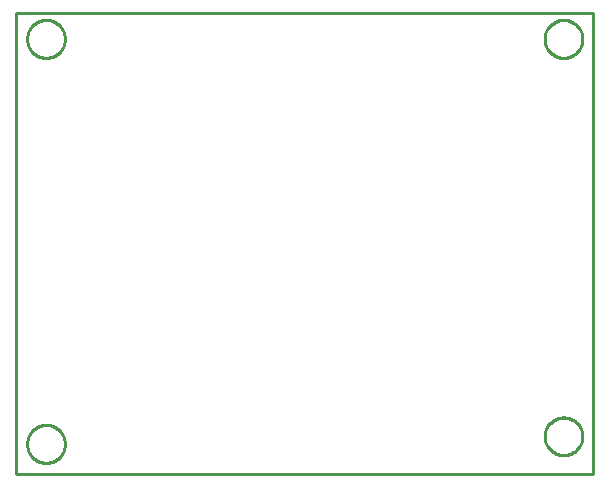
<source format=gbr>
G04 EAGLE Gerber X2 export*
%TF.Part,Single*%
%TF.FileFunction,Profile,NP*%
%TF.FilePolarity,Positive*%
%TF.GenerationSoftware,Autodesk,EAGLE,8.7.0*%
%TF.CreationDate,2018-05-23T13:35:31Z*%
G75*
%MOMM*%
%FSLAX34Y34*%
%LPD*%
%AMOC8*
5,1,8,0,0,1.08239X$1,22.5*%
G01*
%ADD10C,0.254000*%


D10*
X69850Y76200D02*
X558600Y76200D01*
X558600Y466600D01*
X69850Y466600D01*
X69850Y76200D01*
X111250Y443976D02*
X111182Y442931D01*
X111045Y441892D01*
X110840Y440865D01*
X110569Y439853D01*
X110233Y438861D01*
X109832Y437893D01*
X109368Y436954D01*
X108845Y436046D01*
X108263Y435175D01*
X107625Y434344D01*
X106934Y433557D01*
X106193Y432816D01*
X105406Y432125D01*
X104575Y431488D01*
X103704Y430906D01*
X102796Y430382D01*
X101857Y429918D01*
X100889Y429517D01*
X99897Y429181D01*
X98885Y428910D01*
X97858Y428705D01*
X96819Y428569D01*
X95774Y428500D01*
X94726Y428500D01*
X93681Y428569D01*
X92642Y428705D01*
X91615Y428910D01*
X90603Y429181D01*
X89611Y429517D01*
X88643Y429918D01*
X87704Y430382D01*
X86796Y430906D01*
X85925Y431488D01*
X85094Y432125D01*
X84307Y432816D01*
X83566Y433557D01*
X82875Y434344D01*
X82238Y435175D01*
X81656Y436046D01*
X81132Y436954D01*
X80668Y437893D01*
X80267Y438861D01*
X79931Y439853D01*
X79660Y440865D01*
X79455Y441892D01*
X79319Y442931D01*
X79250Y443976D01*
X79250Y445024D01*
X79319Y446069D01*
X79455Y447108D01*
X79660Y448135D01*
X79931Y449147D01*
X80267Y450139D01*
X80668Y451107D01*
X81132Y452046D01*
X81656Y452954D01*
X82238Y453825D01*
X82875Y454656D01*
X83566Y455443D01*
X84307Y456184D01*
X85094Y456875D01*
X85925Y457513D01*
X86796Y458095D01*
X87704Y458618D01*
X88643Y459082D01*
X89611Y459483D01*
X90603Y459819D01*
X91615Y460090D01*
X92642Y460295D01*
X93681Y460432D01*
X94726Y460500D01*
X95774Y460500D01*
X96819Y460432D01*
X97858Y460295D01*
X98885Y460090D01*
X99897Y459819D01*
X100889Y459483D01*
X101857Y459082D01*
X102796Y458618D01*
X103704Y458095D01*
X104575Y457513D01*
X105406Y456875D01*
X106193Y456184D01*
X106934Y455443D01*
X107625Y454656D01*
X108263Y453825D01*
X108845Y452954D01*
X109368Y452046D01*
X109832Y451107D01*
X110233Y450139D01*
X110569Y449147D01*
X110840Y448135D01*
X111045Y447108D01*
X111182Y446069D01*
X111250Y445024D01*
X111250Y443976D01*
X111250Y101076D02*
X111182Y100031D01*
X111045Y98992D01*
X110840Y97965D01*
X110569Y96953D01*
X110233Y95961D01*
X109832Y94993D01*
X109368Y94054D01*
X108845Y93146D01*
X108263Y92275D01*
X107625Y91444D01*
X106934Y90657D01*
X106193Y89916D01*
X105406Y89225D01*
X104575Y88588D01*
X103704Y88006D01*
X102796Y87482D01*
X101857Y87018D01*
X100889Y86617D01*
X99897Y86281D01*
X98885Y86010D01*
X97858Y85805D01*
X96819Y85669D01*
X95774Y85600D01*
X94726Y85600D01*
X93681Y85669D01*
X92642Y85805D01*
X91615Y86010D01*
X90603Y86281D01*
X89611Y86617D01*
X88643Y87018D01*
X87704Y87482D01*
X86796Y88006D01*
X85925Y88588D01*
X85094Y89225D01*
X84307Y89916D01*
X83566Y90657D01*
X82875Y91444D01*
X82238Y92275D01*
X81656Y93146D01*
X81132Y94054D01*
X80668Y94993D01*
X80267Y95961D01*
X79931Y96953D01*
X79660Y97965D01*
X79455Y98992D01*
X79319Y100031D01*
X79250Y101076D01*
X79250Y102124D01*
X79319Y103169D01*
X79455Y104208D01*
X79660Y105235D01*
X79931Y106247D01*
X80267Y107239D01*
X80668Y108207D01*
X81132Y109146D01*
X81656Y110054D01*
X82238Y110925D01*
X82875Y111756D01*
X83566Y112543D01*
X84307Y113284D01*
X85094Y113975D01*
X85925Y114613D01*
X86796Y115195D01*
X87704Y115718D01*
X88643Y116182D01*
X89611Y116583D01*
X90603Y116919D01*
X91615Y117190D01*
X92642Y117395D01*
X93681Y117532D01*
X94726Y117600D01*
X95774Y117600D01*
X96819Y117532D01*
X97858Y117395D01*
X98885Y117190D01*
X99897Y116919D01*
X100889Y116583D01*
X101857Y116182D01*
X102796Y115718D01*
X103704Y115195D01*
X104575Y114613D01*
X105406Y113975D01*
X106193Y113284D01*
X106934Y112543D01*
X107625Y111756D01*
X108263Y110925D01*
X108845Y110054D01*
X109368Y109146D01*
X109832Y108207D01*
X110233Y107239D01*
X110569Y106247D01*
X110840Y105235D01*
X111045Y104208D01*
X111182Y103169D01*
X111250Y102124D01*
X111250Y101076D01*
X549400Y107426D02*
X549332Y106381D01*
X549195Y105342D01*
X548990Y104315D01*
X548719Y103303D01*
X548383Y102311D01*
X547982Y101343D01*
X547518Y100404D01*
X546995Y99496D01*
X546413Y98625D01*
X545775Y97794D01*
X545084Y97007D01*
X544343Y96266D01*
X543556Y95575D01*
X542725Y94938D01*
X541854Y94356D01*
X540946Y93832D01*
X540007Y93368D01*
X539039Y92967D01*
X538047Y92631D01*
X537035Y92360D01*
X536008Y92155D01*
X534969Y92019D01*
X533924Y91950D01*
X532876Y91950D01*
X531831Y92019D01*
X530792Y92155D01*
X529765Y92360D01*
X528753Y92631D01*
X527761Y92967D01*
X526793Y93368D01*
X525854Y93832D01*
X524946Y94356D01*
X524075Y94938D01*
X523244Y95575D01*
X522457Y96266D01*
X521716Y97007D01*
X521025Y97794D01*
X520388Y98625D01*
X519806Y99496D01*
X519282Y100404D01*
X518818Y101343D01*
X518417Y102311D01*
X518081Y103303D01*
X517810Y104315D01*
X517605Y105342D01*
X517469Y106381D01*
X517400Y107426D01*
X517400Y108474D01*
X517469Y109519D01*
X517605Y110558D01*
X517810Y111585D01*
X518081Y112597D01*
X518417Y113589D01*
X518818Y114557D01*
X519282Y115496D01*
X519806Y116404D01*
X520388Y117275D01*
X521025Y118106D01*
X521716Y118893D01*
X522457Y119634D01*
X523244Y120325D01*
X524075Y120963D01*
X524946Y121545D01*
X525854Y122068D01*
X526793Y122532D01*
X527761Y122933D01*
X528753Y123269D01*
X529765Y123540D01*
X530792Y123745D01*
X531831Y123882D01*
X532876Y123950D01*
X533924Y123950D01*
X534969Y123882D01*
X536008Y123745D01*
X537035Y123540D01*
X538047Y123269D01*
X539039Y122933D01*
X540007Y122532D01*
X540946Y122068D01*
X541854Y121545D01*
X542725Y120963D01*
X543556Y120325D01*
X544343Y119634D01*
X545084Y118893D01*
X545775Y118106D01*
X546413Y117275D01*
X546995Y116404D01*
X547518Y115496D01*
X547982Y114557D01*
X548383Y113589D01*
X548719Y112597D01*
X548990Y111585D01*
X549195Y110558D01*
X549332Y109519D01*
X549400Y108474D01*
X549400Y107426D01*
X549400Y443976D02*
X549332Y442931D01*
X549195Y441892D01*
X548990Y440865D01*
X548719Y439853D01*
X548383Y438861D01*
X547982Y437893D01*
X547518Y436954D01*
X546995Y436046D01*
X546413Y435175D01*
X545775Y434344D01*
X545084Y433557D01*
X544343Y432816D01*
X543556Y432125D01*
X542725Y431488D01*
X541854Y430906D01*
X540946Y430382D01*
X540007Y429918D01*
X539039Y429517D01*
X538047Y429181D01*
X537035Y428910D01*
X536008Y428705D01*
X534969Y428569D01*
X533924Y428500D01*
X532876Y428500D01*
X531831Y428569D01*
X530792Y428705D01*
X529765Y428910D01*
X528753Y429181D01*
X527761Y429517D01*
X526793Y429918D01*
X525854Y430382D01*
X524946Y430906D01*
X524075Y431488D01*
X523244Y432125D01*
X522457Y432816D01*
X521716Y433557D01*
X521025Y434344D01*
X520388Y435175D01*
X519806Y436046D01*
X519282Y436954D01*
X518818Y437893D01*
X518417Y438861D01*
X518081Y439853D01*
X517810Y440865D01*
X517605Y441892D01*
X517469Y442931D01*
X517400Y443976D01*
X517400Y445024D01*
X517469Y446069D01*
X517605Y447108D01*
X517810Y448135D01*
X518081Y449147D01*
X518417Y450139D01*
X518818Y451107D01*
X519282Y452046D01*
X519806Y452954D01*
X520388Y453825D01*
X521025Y454656D01*
X521716Y455443D01*
X522457Y456184D01*
X523244Y456875D01*
X524075Y457513D01*
X524946Y458095D01*
X525854Y458618D01*
X526793Y459082D01*
X527761Y459483D01*
X528753Y459819D01*
X529765Y460090D01*
X530792Y460295D01*
X531831Y460432D01*
X532876Y460500D01*
X533924Y460500D01*
X534969Y460432D01*
X536008Y460295D01*
X537035Y460090D01*
X538047Y459819D01*
X539039Y459483D01*
X540007Y459082D01*
X540946Y458618D01*
X541854Y458095D01*
X542725Y457513D01*
X543556Y456875D01*
X544343Y456184D01*
X545084Y455443D01*
X545775Y454656D01*
X546413Y453825D01*
X546995Y452954D01*
X547518Y452046D01*
X547982Y451107D01*
X548383Y450139D01*
X548719Y449147D01*
X548990Y448135D01*
X549195Y447108D01*
X549332Y446069D01*
X549400Y445024D01*
X549400Y443976D01*
X111250Y443976D02*
X111182Y442931D01*
X111045Y441892D01*
X110840Y440865D01*
X110569Y439853D01*
X110233Y438861D01*
X109832Y437893D01*
X109368Y436954D01*
X108845Y436046D01*
X108263Y435175D01*
X107625Y434344D01*
X106934Y433557D01*
X106193Y432816D01*
X105406Y432125D01*
X104575Y431488D01*
X103704Y430906D01*
X102796Y430382D01*
X101857Y429918D01*
X100889Y429517D01*
X99897Y429181D01*
X98885Y428910D01*
X97858Y428705D01*
X96819Y428569D01*
X95774Y428500D01*
X94726Y428500D01*
X93681Y428569D01*
X92642Y428705D01*
X91615Y428910D01*
X90603Y429181D01*
X89611Y429517D01*
X88643Y429918D01*
X87704Y430382D01*
X86796Y430906D01*
X85925Y431488D01*
X85094Y432125D01*
X84307Y432816D01*
X83566Y433557D01*
X82875Y434344D01*
X82238Y435175D01*
X81656Y436046D01*
X81132Y436954D01*
X80668Y437893D01*
X80267Y438861D01*
X79931Y439853D01*
X79660Y440865D01*
X79455Y441892D01*
X79319Y442931D01*
X79250Y443976D01*
X79250Y445024D01*
X79319Y446069D01*
X79455Y447108D01*
X79660Y448135D01*
X79931Y449147D01*
X80267Y450139D01*
X80668Y451107D01*
X81132Y452046D01*
X81656Y452954D01*
X82238Y453825D01*
X82875Y454656D01*
X83566Y455443D01*
X84307Y456184D01*
X85094Y456875D01*
X85925Y457513D01*
X86796Y458095D01*
X87704Y458618D01*
X88643Y459082D01*
X89611Y459483D01*
X90603Y459819D01*
X91615Y460090D01*
X92642Y460295D01*
X93681Y460432D01*
X94726Y460500D01*
X95774Y460500D01*
X96819Y460432D01*
X97858Y460295D01*
X98885Y460090D01*
X99897Y459819D01*
X100889Y459483D01*
X101857Y459082D01*
X102796Y458618D01*
X103704Y458095D01*
X104575Y457513D01*
X105406Y456875D01*
X106193Y456184D01*
X106934Y455443D01*
X107625Y454656D01*
X108263Y453825D01*
X108845Y452954D01*
X109368Y452046D01*
X109832Y451107D01*
X110233Y450139D01*
X110569Y449147D01*
X110840Y448135D01*
X111045Y447108D01*
X111182Y446069D01*
X111250Y445024D01*
X111250Y443976D01*
X111250Y101076D02*
X111182Y100031D01*
X111045Y98992D01*
X110840Y97965D01*
X110569Y96953D01*
X110233Y95961D01*
X109832Y94993D01*
X109368Y94054D01*
X108845Y93146D01*
X108263Y92275D01*
X107625Y91444D01*
X106934Y90657D01*
X106193Y89916D01*
X105406Y89225D01*
X104575Y88588D01*
X103704Y88006D01*
X102796Y87482D01*
X101857Y87018D01*
X100889Y86617D01*
X99897Y86281D01*
X98885Y86010D01*
X97858Y85805D01*
X96819Y85669D01*
X95774Y85600D01*
X94726Y85600D01*
X93681Y85669D01*
X92642Y85805D01*
X91615Y86010D01*
X90603Y86281D01*
X89611Y86617D01*
X88643Y87018D01*
X87704Y87482D01*
X86796Y88006D01*
X85925Y88588D01*
X85094Y89225D01*
X84307Y89916D01*
X83566Y90657D01*
X82875Y91444D01*
X82238Y92275D01*
X81656Y93146D01*
X81132Y94054D01*
X80668Y94993D01*
X80267Y95961D01*
X79931Y96953D01*
X79660Y97965D01*
X79455Y98992D01*
X79319Y100031D01*
X79250Y101076D01*
X79250Y102124D01*
X79319Y103169D01*
X79455Y104208D01*
X79660Y105235D01*
X79931Y106247D01*
X80267Y107239D01*
X80668Y108207D01*
X81132Y109146D01*
X81656Y110054D01*
X82238Y110925D01*
X82875Y111756D01*
X83566Y112543D01*
X84307Y113284D01*
X85094Y113975D01*
X85925Y114613D01*
X86796Y115195D01*
X87704Y115718D01*
X88643Y116182D01*
X89611Y116583D01*
X90603Y116919D01*
X91615Y117190D01*
X92642Y117395D01*
X93681Y117532D01*
X94726Y117600D01*
X95774Y117600D01*
X96819Y117532D01*
X97858Y117395D01*
X98885Y117190D01*
X99897Y116919D01*
X100889Y116583D01*
X101857Y116182D01*
X102796Y115718D01*
X103704Y115195D01*
X104575Y114613D01*
X105406Y113975D01*
X106193Y113284D01*
X106934Y112543D01*
X107625Y111756D01*
X108263Y110925D01*
X108845Y110054D01*
X109368Y109146D01*
X109832Y108207D01*
X110233Y107239D01*
X110569Y106247D01*
X110840Y105235D01*
X111045Y104208D01*
X111182Y103169D01*
X111250Y102124D01*
X111250Y101076D01*
X549400Y107426D02*
X549332Y106381D01*
X549195Y105342D01*
X548990Y104315D01*
X548719Y103303D01*
X548383Y102311D01*
X547982Y101343D01*
X547518Y100404D01*
X546995Y99496D01*
X546413Y98625D01*
X545775Y97794D01*
X545084Y97007D01*
X544343Y96266D01*
X543556Y95575D01*
X542725Y94938D01*
X541854Y94356D01*
X540946Y93832D01*
X540007Y93368D01*
X539039Y92967D01*
X538047Y92631D01*
X537035Y92360D01*
X536008Y92155D01*
X534969Y92019D01*
X533924Y91950D01*
X532876Y91950D01*
X531831Y92019D01*
X530792Y92155D01*
X529765Y92360D01*
X528753Y92631D01*
X527761Y92967D01*
X526793Y93368D01*
X525854Y93832D01*
X524946Y94356D01*
X524075Y94938D01*
X523244Y95575D01*
X522457Y96266D01*
X521716Y97007D01*
X521025Y97794D01*
X520388Y98625D01*
X519806Y99496D01*
X519282Y100404D01*
X518818Y101343D01*
X518417Y102311D01*
X518081Y103303D01*
X517810Y104315D01*
X517605Y105342D01*
X517469Y106381D01*
X517400Y107426D01*
X517400Y108474D01*
X517469Y109519D01*
X517605Y110558D01*
X517810Y111585D01*
X518081Y112597D01*
X518417Y113589D01*
X518818Y114557D01*
X519282Y115496D01*
X519806Y116404D01*
X520388Y117275D01*
X521025Y118106D01*
X521716Y118893D01*
X522457Y119634D01*
X523244Y120325D01*
X524075Y120963D01*
X524946Y121545D01*
X525854Y122068D01*
X526793Y122532D01*
X527761Y122933D01*
X528753Y123269D01*
X529765Y123540D01*
X530792Y123745D01*
X531831Y123882D01*
X532876Y123950D01*
X533924Y123950D01*
X534969Y123882D01*
X536008Y123745D01*
X537035Y123540D01*
X538047Y123269D01*
X539039Y122933D01*
X540007Y122532D01*
X540946Y122068D01*
X541854Y121545D01*
X542725Y120963D01*
X543556Y120325D01*
X544343Y119634D01*
X545084Y118893D01*
X545775Y118106D01*
X546413Y117275D01*
X546995Y116404D01*
X547518Y115496D01*
X547982Y114557D01*
X548383Y113589D01*
X548719Y112597D01*
X548990Y111585D01*
X549195Y110558D01*
X549332Y109519D01*
X549400Y108474D01*
X549400Y107426D01*
X549400Y443976D02*
X549332Y442931D01*
X549195Y441892D01*
X548990Y440865D01*
X548719Y439853D01*
X548383Y438861D01*
X547982Y437893D01*
X547518Y436954D01*
X546995Y436046D01*
X546413Y435175D01*
X545775Y434344D01*
X545084Y433557D01*
X544343Y432816D01*
X543556Y432125D01*
X542725Y431488D01*
X541854Y430906D01*
X540946Y430382D01*
X540007Y429918D01*
X539039Y429517D01*
X538047Y429181D01*
X537035Y428910D01*
X536008Y428705D01*
X534969Y428569D01*
X533924Y428500D01*
X532876Y428500D01*
X531831Y428569D01*
X530792Y428705D01*
X529765Y428910D01*
X528753Y429181D01*
X527761Y429517D01*
X526793Y429918D01*
X525854Y430382D01*
X524946Y430906D01*
X524075Y431488D01*
X523244Y432125D01*
X522457Y432816D01*
X521716Y433557D01*
X521025Y434344D01*
X520388Y435175D01*
X519806Y436046D01*
X519282Y436954D01*
X518818Y437893D01*
X518417Y438861D01*
X518081Y439853D01*
X517810Y440865D01*
X517605Y441892D01*
X517469Y442931D01*
X517400Y443976D01*
X517400Y445024D01*
X517469Y446069D01*
X517605Y447108D01*
X517810Y448135D01*
X518081Y449147D01*
X518417Y450139D01*
X518818Y451107D01*
X519282Y452046D01*
X519806Y452954D01*
X520388Y453825D01*
X521025Y454656D01*
X521716Y455443D01*
X522457Y456184D01*
X523244Y456875D01*
X524075Y457513D01*
X524946Y458095D01*
X525854Y458618D01*
X526793Y459082D01*
X527761Y459483D01*
X528753Y459819D01*
X529765Y460090D01*
X530792Y460295D01*
X531831Y460432D01*
X532876Y460500D01*
X533924Y460500D01*
X534969Y460432D01*
X536008Y460295D01*
X537035Y460090D01*
X538047Y459819D01*
X539039Y459483D01*
X540007Y459082D01*
X540946Y458618D01*
X541854Y458095D01*
X542725Y457513D01*
X543556Y456875D01*
X544343Y456184D01*
X545084Y455443D01*
X545775Y454656D01*
X546413Y453825D01*
X546995Y452954D01*
X547518Y452046D01*
X547982Y451107D01*
X548383Y450139D01*
X548719Y449147D01*
X548990Y448135D01*
X549195Y447108D01*
X549332Y446069D01*
X549400Y445024D01*
X549400Y443976D01*
M02*

</source>
